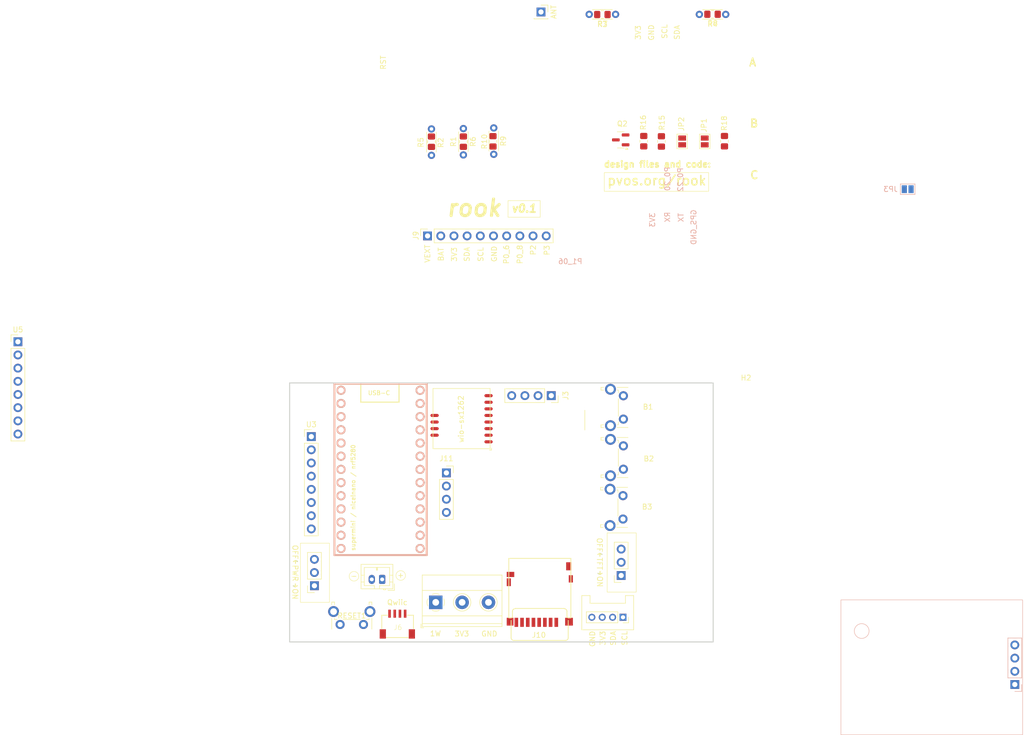
<source format=kicad_pcb>
(kicad_pcb (version 20240108) (generator "pcbnew") (generator_version "8.0")
  (layers (0 "F.Cu" signal) (31 "B.Cu" signal) (34 "B.Paste" user) (35 "F.Paste" user) (36 "B.SilkS" user "B.Silkscreen") (37 "F.SilkS" user "F.Silkscreen") (38 "B.Mask" user) (39 "F.Mask" user) (44 "Edge.Cuts" user))
  (net 0 "")
  (net 1 "P1_06")
  (net 2 "GPS_GND")
  (net 3 "RF_SW")
  (net 4 "MESH_BATT_MEASURE")
  (net 5 "GND")
  (net 6 "BAT")
  (net 7 "GPS_TX")
  (net 8 "GPS_RX")
  (net 9 "3V3")
  (net 10 "MESH_RST")
  (net 11 "Net-(J2-Pin_3)")
  (net 12 "LORA_RST")
  (net 13 "BUSY")
  (net 14 "ANT")
  (net 15 "MOSI")
  (net 16 "MISO")
  (net 17 "DIO1")
  (net 18 "Net-(J2-Pin_2)")
  (net 19 "SCK")
  (net 20 "SCL")
  (net 21 "SDA")
  (net 22 "V_EXT")
  (net 23 "P0_6")
  (net 24 "P0_8")
  (net 28 "BUTTON_A")
  (net 29 "GPS_EN")
  (net 30 "LORA_CS")
  (net 31 "P3")
  (net 32 "P2")
  (net 33 "Backlight")
  (footprint "footprints:JST_SH4_SKINNY" (layer "F.Cu") (at 0.575 117.4)
    (property "Reference" "J6" (at -0.75 0.686 0) (layer "F.SilkS") (effects (font (size 0.93472 0.93472) (thickness 0.08128)) (justify left bottom)))
    (property "Value" "Conn_01x04_Socket" (hide yes))
    (pad "1" smd rect (at -1.5 -2.514 90) (size 1.55 0.5) (layers "F.Cu" "F.Paste" "F.Mask") (net 20 "SCL"))
    (pad "2" smd rect (at -0.5 -2.514 90) (size 1.55 0.5) (layers "F.Cu" "F.Paste" "F.Mask") (net 21 "SDA"))
    (pad "3" smd rect (at 0.5 -2.514 90) (size 1.55 0.5) (layers "F.Cu" "F.Paste" "F.Mask") (net 9 "3V3"))
    (pad "4" smd rect (at 1.5 -2.514 90) (size 1.55 0.5) (layers "F.Cu" "F.Paste" "F.Mask") (net 5 "GND"))
    (pad "MT1" smd rect (at -2.8 1.386 90) (size 1.8 1.2) (layers "F.Cu" "F.Paste" "F.Mask"))
    (pad "MT2" smd rect (at 2.8 1.386 90) (size 1.8 1.2) (layers "F.Cu" "F.Paste" "F.Mask"))
  )
  (footprint "Connector_JST:JST_PH_B2B-PH-K_1x02_P2.00mm_Vertical" (layer "F.Cu") (at -2.35 108.278046 180)
    (property "Reference" "J1" (hide yes))
    (property "Value" "Conn_01x02_Socket" (hide yes))
    (pad "1" thru_hole roundrect (at 0 0 180) (size 1.2 1.75) (drill 0.75) (layers "*.Cu" "*.Mask") (roundrect_rratio 0.208333) (net 22 "V_EXT"))
    (pad "2" thru_hole oval (at 2 0 180) (size 1.2 1.75) (drill 0.75) (layers "*.Cu" "*.Mask") (net 5 "GND"))
  )
  (footprint "footprints:st7789_154in_240x240" (layer "F.Cu") (at -72.525 62.495)
    (property "Reference" "U5" (at 0 -2.33 0) (layer "F.SilkS"))
    (property "Value" "~")
    (pad "1" thru_hole rect (at 0 0) (size 1.7 1.7) (drill 1) (layers "*.Cu" "*.Mask") (net 9 "3V3"))
    (pad "2" thru_hole oval (at 0 2.54) (size 1.7 1.7) (drill 1) (layers "*.Cu" "*.Mask"))
    (pad "3" thru_hole oval (at 0 5.08) (size 1.7 1.7) (drill 1) (layers "*.Cu" "*.Mask"))
    (pad "4" thru_hole oval (at 0 7.62) (size 1.7 1.7) (drill 1) (layers "*.Cu" "*.Mask"))
    (pad "5" thru_hole oval (at 0 10.16) (size 1.7 1.7) (drill 1) (layers "*.Cu" "*.Mask"))
    (pad "6" thru_hole oval (at 0 12.7) (size 1.7 1.7) (drill 1) (layers "*.Cu" "*.Mask"))
    (pad "7" thru_hole oval (at 0 15.24) (size 1.7 1.7) (drill 1) (layers "*.Cu" "*.Mask"))
    (pad "8" thru_hole oval (at 0 17.78) (size 1.7 1.7) (drill 1) (layers "*.Cu" "*.Mask"))
  )
  (footprint "Jumper:SolderJumper-2_P1.3mm_Open_Pad1.0x1.5mm" (layer "F.Cu") (at 55.45 23.9 90)
    (property "Reference" "JP2" (at 3.35 -0.15 90) (layer "F.SilkS"))
    (property "Value" "Jumper_2_Open")
    (pad "1" smd rect (at -0.65 0 90) (size 1 1.5) (layers "F.Cu" "F.Mask") (net 18 "Net-(J2-Pin_2)"))
    (pad "2" smd rect (at 0.65 0 90) (size 1 1.5) (layers "F.Cu" "F.Mask") (net 8 "GPS_RX"))
  )
  (footprint "footprints:nice_nano_cleanest" (layer "F.Cu") (at -2.655 88.355 -90)
    (property "Reference" "U2" (hide yes))
    (property "Value" "nice_nano_clean" (hide yes))
    (fp_text user "supermini / nice!nano / nrf5280" (at 4.17 5.27 90) (layer "F.SilkS") (effects (font (size 0.8 0.8))))
    (fp_text user "USB-C" (at -16 0.3 0) (layer "F.SilkS") (effects (font (size 0.8 0.8))))
    (pad "1" thru_hole circle (at -13.97 7.62 270) (size 1.7526 1.7526) (drill 1.0922) (layers "*.Cu" "*.SilkS" "*.Mask") (net 23 "P0_6"))
    (pad "2" thru_hole circle (at -11.43 7.62 270) (size 1.7526 1.7526) (drill 1.0922) (layers "*.Cu" "*.SilkS" "*.Mask") (net 24 "P0_8"))
    (pad "3" thru_hole circle (at -8.89 7.62 270) (size 1.7526 1.7526) (drill 1.0922) (layers "*.Cu" "*.SilkS" "*.Mask") (net 5 "GND"))
    (pad "4" thru_hole circle (at -6.35 7.62 270) (size 1.7526 1.7526) (drill 1.0922) (layers "*.Cu" "*.SilkS" "*.Mask") (net 5 "GND"))
    (pad "5" thru_hole circle (at -3.81 7.62 270) (size 1.7526 1.7526) (drill 1.0922) (layers "*.Cu" "*.SilkS" "*.Mask") (net 3 "RF_SW"))
    (pad "6" thru_hole circle (at -1.27 7.62 270) (size 1.7526 1.7526) (drill 1.0922) (layers "*.Cu" "*.SilkS" "*.Mask") (net 8 "GPS_RX"))
    (pad "7" thru_hole circle (at 1.27 7.62 270) (size 1.7526 1.7526) (drill 1.0922) (layers "*.Cu" "*.SilkS" "*.Mask") (net 7 "GPS_TX"))
    (pad "8" thru_hole circle (at 3.81 7.62 270) (size 1.7526 1.7526) (drill 1.0922) (layers "*.Cu" "*.SilkS" "*.Mask") (net 29 "GPS_EN"))
    (pad "9" thru_hole circle (at 6.35 7.62 270) (size 1.7526 1.7526) (drill 1.0922) (layers "*.Cu" "*.SilkS" "*.Mask") (net 28 "BUTTON_A"))
    (pad "10" thru_hole circle (at 8.89 7.62 270) (size 1.7526 1.7526) (drill 1.0922) (layers "*.Cu" "*.SilkS" "*.Mask") (net 20 "SCL"))
    (pad "11" thru_hole circle (at 11.43 7.62 270) (size 1.7526 1.7526) (drill 1.0922) (layers "*.Cu" "*.SilkS" "*.Mask") (net 21 "SDA"))
    (pad "12" thru_hole circle (at 13.97 7.62 270) (size 1.7526 1.7526) (drill 1.0922) (layers "*.Cu" "*.SilkS" "*.Mask") (net 1 "P1_06"))
    (pad "13" thru_hole circle (at 13.97 -7.62 270) (size 1.7526 1.7526) (drill 1.0922) (layers "*.Cu" "*.SilkS" "*.Mask") (net 12 "LORA_RST"))
    (pad "14" thru_hole circle (at 11.43 -7.62 270) (size 1.7526 1.7526) (drill 1.0922) (layers "*.Cu" "*.SilkS" "*.Mask") (net 17 "DIO1"))
    (pad "15" thru_hole circle (at 8.89 -7.62 270) (size 1.7526 1.7526) (drill 1.0922) (layers "*.Cu" "*.SilkS" "*.Mask") (net 19 "SCK"))
    (pad "16" thru_hole circle (at 6.35 -7.62 270) (size 1.7526 1.7526) (drill 1.0922) (layers "*.Cu" "*.SilkS" "*.Mask") (net 30 "LORA_CS"))
    (pad "17" thru_hole circle (at 3.81 -7.62 270) (size 1.7526 1.7526) (drill 1.0922) (layers "*.Cu" "*.SilkS" "*.Mask") (net 15 "MOSI"))
    (pad "18" thru_hole circle (at 1.27 -7.62 270) (size 1.7526 1.7526) (drill 1.0922) (layers "*.Cu" "*.SilkS" "*.Mask") (net 16 "MISO"))
    (pad "19" thru_hole circle (at -1.27 -7.62 270) (size 1.7526 1.7526) (drill 1.0922) (layers "*.Cu" "*.SilkS" "*.Mask") (net 13 "BUSY"))
    (pad "20" thru_hole circle (at -3.81 -7.62 270) (size 1.7526 1.7526) (drill 1.0922) (layers "*.Cu" "*.SilkS" "*.Mask") (net 4 "MESH_BATT_MEASURE"))
    (pad "21" thru_hole circle (at -6.35 -7.62 270) (size 1.7526 1.7526) (drill 1.0922) (layers "*.Cu" "*.SilkS" "*.Mask") (net 9 "3V3"))
    (pad "22" thru_hole circle (at -8.89 -7.62 270) (size 1.7526 1.7526) (drill 1.0922) (layers "*.Cu" "*.SilkS" "*.Mask") (net 10 "MESH_RST"))
    (pad "23" thru_hole circle (at -11.43 -7.62 270) (size 1.7526 1.7526) (drill 1.0922) (layers "*.Cu" "*.SilkS" "*.Mask") (net 5 "GND"))
    (pad "24" thru_hole circle (at -13.97 -7.62 270) (size 1.7526 1.7526) (drill 1.0922) (layers "*.Cu" "*.SilkS" "*.Mask") (net 6 "BAT"))
    (pad "25" thru_hole circle (at -16.51 -7.62 270) (size 1.7526 1.7526) (drill 1.0922) (layers "*.Cu" "*.SilkS" "*.Mask") (net 6 "BAT"))
    (pad "26" thru_hole circle (at -16.51 7.62 270) (size 1.7526 1.7526) (drill 1.0922) (layers "*.Cu" "*.SilkS" "*.Mask") (net 5 "GND"))
  )
  (footprint "Resistor_THT:R_Axial_DIN0204_L3.6mm_D1.6mm_P5.08mm_Horizontal" (layer "F.Cu") (at 19.15 26.38 90)
    (property "Reference" "R10" (at 2.45 -1.8 90) (layer "F.SilkS"))
    (property "Value" "R")
    (pad "1" thru_hole circle (at 0 0 90) (size 1.4 1.4) (drill 0.7) (layers "*.Cu" "*.Mask") (net 1 "P1_06"))
    (pad "2" thru_hole oval (at 5.08 0 90) (size 1.4 1.4) (drill 0.7) (layers "*.Cu" "*.Mask") (net 9 "3V3"))
  )
  (footprint "Button_Switch_THT:SW_Tactile_SPST_Angled_PTS645Vx31-2LFS" (layer "F.Cu") (at 44.05 92.15 -90)
    (property "Reference" "B3" (at 2.15 -4.65 0) (layer "F.SilkS"))
    (property "Value" "SW_Push" (hide yes))
    (pad "" thru_hole circle (at -1.25 2.49 270) (size 2.1 2.1) (drill 1.3) (layers "*.Cu" "*.Mask"))
    (pad "" thru_hole circle (at 5.76 2.49 270) (size 2.1 2.1) (drill 1.3) (layers "*.Cu" "*.Mask"))
    (pad "1" thru_hole circle (at 0 0 270) (size 1.75 1.75) (drill 0.99) (layers "*.Cu" "*.Mask") (net 24 "P0_8"))
    (pad "2" thru_hole circle (at 4.5 0 270) (size 1.75 1.75) (drill 0.99) (layers "*.Cu" "*.Mask") (net 5 "GND"))
  )
  (footprint "Resistor_SMD:R_0805_2012Metric_Pad1.20x1.40mm_HandSolder" (layer "F.Cu") (at 7.15 23.95 -90)
    (property "Reference" "R5" (at 0.145 2.05 90) (layer "F.SilkS"))
    (property "Value" "R")
    (pad "1" smd roundrect (at -1 0 270) (size 1.2 1.4) (layers "F.Cu" "F.Paste" "F.Mask") (roundrect_rratio 0.208333) (net 6 "BAT"))
    (pad "2" smd roundrect (at 1 0 270) (size 1.2 1.4) (layers "F.Cu" "F.Paste" "F.Mask") (roundrect_rratio 0.208333) (net 4 "MESH_BATT_MEASURE"))
  )
  (footprint "Button_Switch_THT:SW_Tactile_SPST_Angled_PTS645Vx31-2LFS" (layer "F.Cu") (at 44.125 72.9 -90)
    (property "Reference" "B1" (at 2.15 -4.75 360) (layer "F.SilkS"))
    (property "Value" "SW_Push" (hide yes))
    (pad "" thru_hole circle (at -1.25 2.49 270) (size 2.1 2.1) (drill 1.3) (layers "*.Cu" "*.Mask"))
    (pad "" thru_hole circle (at 5.76 2.49 270) (size 2.1 2.1) (drill 1.3) (layers "*.Cu" "*.Mask"))
    (pad "1" thru_hole circle (at 0 0 270) (size 1.75 1.75) (drill 0.99) (layers "*.Cu" "*.Mask") (net 28 "BUTTON_A"))
    (pad "2" thru_hole circle (at 4.5 0 270) (size 1.75 1.75) (drill 0.99) (layers "*.Cu" "*.Mask") (net 5 "GND"))
  )
  (footprint "Jumper:SolderJumper-2_P1.3mm_Open_Pad1.0x1.5mm" (layer "F.Cu") (at 59.8 23.9 90)
    (property "Reference" "JP1" (at 3.1 -0.15 90) (layer "F.SilkS"))
    (property "Value" "Jumper_2_Open")
    (pad "1" smd rect (at -0.65 0 90) (size 1 1.5) (layers "F.Cu" "F.Mask") (net 11 "Net-(J2-Pin_3)"))
    (pad "2" smd rect (at 0.65 0 90) (size 1 1.5) (layers "F.Cu" "F.Mask") (net 7 "GPS_TX"))
  )
  (footprint "Resistor_SMD:R_0805_2012Metric_Pad1.20x1.40mm_HandSolder" (layer "F.Cu") (at 19 23.88 90)
    (property "Reference" "R9" (at 0.05 2 90) (layer "F.SilkS"))
    (property "Value" "R")
    (pad "1" smd roundrect (at -1 0 90) (size 1.2 1.4) (layers "F.Cu" "F.Paste" "F.Mask") (roundrect_rratio 0.208333) (net 1 "P1_06"))
    (pad "2" smd roundrect (at 1 0 90) (size 1.2 1.4) (layers "F.Cu" "F.Paste" "F.Mask") (roundrect_rratio 0.208333) (net 9 "3V3"))
  )
  (footprint "Connector_PinSocket_2.54mm:PinSocket_1x10_P2.54mm_Vertical" (layer "F.Cu") (at 6.4 42.1 90)
    (property "Reference" "J9" (at 0.05 -2.25 90) (layer "F.SilkS"))
    (property "Value" "Conn_01x10_Socket")
    (pad "1" thru_hole rect (at 0 0 90) (size 1.7 1.7) (drill 1) (layers "*.Cu" "*.Mask") (net 22 "V_EXT"))
    (pad "2" thru_hole oval (at 0 2.54 90) (size 1.7 1.7) (drill 1) (layers "*.Cu" "*.Mask") (net 6 "BAT"))
    (pad "3" thru_hole oval (at 0 5.08 90) (size 1.7 1.7) (drill 1) (layers "*.Cu" "*.Mask") (net 9 "3V3"))
    (pad "4" thru_hole oval (at 0 7.62 90) (size 1.7 1.7) (drill 1) (layers "*.Cu" "*.Mask") (net 21 "SDA"))
    (pad "5" thru_hole oval (at 0 10.16 90) (size 1.7 1.7) (drill 1) (layers "*.Cu" "*.Mask") (net 20 "SCL"))
    (pad "6" thru_hole oval (at 0 12.7 90) (size 1.7 1.7) (drill 1) (layers "*.Cu" "*.Mask") (net 5 "GND"))
    (pad "7" thru_hole oval (at 0 15.24 90) (size 1.7 1.7) (drill 1) (layers "*.Cu" "*.Mask") (net 23 "P0_6"))
    (pad "8" thru_hole oval (at 0 17.78 90) (size 1.7 1.7) (drill 1) (layers "*.Cu" "*.Mask") (net 24 "P0_8"))
    (pad "9" thru_hole oval (at 0 20.32 90) (size 1.7 1.7) (drill 1) (layers "*.Cu" "*.Mask") (net 32 "P2"))
    (pad "10" thru_hole oval (at 0 22.86 90) (size 1.7 1.7) (drill 1) (layers "*.Cu" "*.Mask") (net 31 "P3"))
  )
  (footprint "MountingHole:MountingHole_3.2mm_M3" (layer "F.Cu") (at -16.775 73.575)
    (property "Reference" "H4" (hide yes))
    (property "Value" "MountingHole")
    (pad "" np_thru_hole circle (at 0 0) (size 3.2 3.2) (drill 3.2) (layers "*.Cu" "*.Mask"))
  )
  (footprint "Resistor_SMD:R_0805_2012Metric_Pad1.20x1.40mm_HandSolder" (layer "F.Cu") (at 51.45 23.9 90)
    (property "Reference" "R15" (at 3.6 0.1 90) (layer "F.SilkS"))
    (property "Value" "R")
    (pad "1" smd roundrect (at -1 0 90) (size 1.2 1.4) (layers "F.Cu" "F.Paste" "F.Mask") (roundrect_rratio 0.208333) (net 18 "Net-(J2-Pin_2)"))
    (pad "2" smd roundrect (at 1 0 90) (size 1.2 1.4) (layers "F.Cu" "F.Paste" "F.Mask") (roundrect_rratio 0.208333) (net 8 "GPS_RX"))
  )
  (footprint "Resistor_SMD:R_0805_2012Metric_Pad1.20x1.40mm_HandSolder" (layer "F.Cu") (at 13.3 23.94 90)
    (property "Reference" "R6" (at 0 1.85 90) (layer "F.SilkS"))
    (property "Value" "R")
    (pad "1" smd roundrect (at -1 0 90) (size 1.2 1.4) (layers "F.Cu" "F.Paste" "F.Mask") (roundrect_rratio 0.208333) (net 4 "MESH_BATT_MEASURE"))
    (pad "2" smd roundrect (at 1 0 90) (size 1.2 1.4) (layers "F.Cu" "F.Paste" "F.Mask") (roundrect_rratio 0.208333) (net 5 "GND"))
  )
  (footprint "Package_TO_SOT_SMD:SOT-23" (layer "F.Cu") (at 43.6125 23.6 180)
    (property "Reference" "Q2" (at -0.3 3.1 0) (layer "F.SilkS"))
    (property "Value" "2N7002")
    (pad "1" smd roundrect (at -0.9375 -0.95 180) (size 1.475 0.6) (layers "F.Cu" "F.Paste" "F.Mask") (net 29 "GPS_EN"))
    (pad "2" smd roundrect (at -0.9375 0.95 180) (size 1.475 0.6) (layers "F.Cu" "F.Paste" "F.Mask") (net 5 "GND"))
    (pad "3" smd roundrect (at 0.9375 0 180) (size 1.475 0.6) (layers "F.Cu" "F.Paste" "F.Mask") (net 2 "GPS_GND"))
  )
  (footprint "Button_Switch_THT:SW_Tactile_SPST_Angled_PTS645Vx31-2LFS" (layer "F.Cu") (at 44.125 82.55 -90)
    (property "Reference" "B2" (at 2.475 -4.9 0) (layer "F.SilkS"))
    (property "Value" "SW_Push" (hide yes))
    (pad "" thru_hole circle (at -1.25 2.49 270) (size 2.1 2.1) (drill 1.3) (layers "*.Cu" "*.Mask"))
    (pad "" thru_hole circle (at 5.76 2.49 270) (size 2.1 2.1) (drill 1.3) (layers "*.Cu" "*.Mask"))
    (pad "1" thru_hole circle (at 0 0 270) (size 1.75 1.75) (drill 0.99) (layers "*.Cu" "*.Mask") (net 23 "P0_6"))
    (pad "2" thru_hole circle (at 4.5 0 270) (size 1.75 1.75) (drill 0.99) (layers "*.Cu" "*.Mask") (net 5 "GND"))
  )
  (footprint "footprints:st7789_tft_2in_320x240" (layer "F.Cu") (at -16 80.77)
    (property "Reference" "U3" (at 0 -2.33 0) (layer "F.SilkS"))
    (property "Value" "~")
    (pad "1" thru_hole rect (at 0 0) (size 1.7 1.7) (drill 1) (layers "*.Cu" "*.Mask") (net 9 "3V3"))
    (pad "2" thru_hole oval (at 0 2.54) (size 1.7 1.7) (drill 1) (layers "*.Cu" "*.Mask"))
    (pad "3" thru_hole oval (at 0 5.08) (size 1.7 1.7) (drill 1) (layers "*.Cu" "*.Mask"))
    (pad "4" thru_hole oval (at 0 7.62) (size 1.7 1.7) (drill 1) (layers "*.Cu" "*.Mask"))
    (pad "5" thru_hole oval (at 0 10.16) (size 1.7 1.7) (drill 1) (layers "*.Cu" "*.Mask"))
    (pad "6" thru_hole oval (at 0 12.7) (size 1.7 1.7) (drill 1) (layers "*.Cu" "*.Mask"))
    (pad "7" thru_hole oval (at 0 15.24) (size 1.7 1.7) (drill 1) (layers "*.Cu" "*.Mask"))
    (pad "8" thru_hole oval (at 0 17.78) (size 1.7 1.7) (drill 1) (layers "*.Cu" "*.Mask"))
  )
  (footprint "Resistor_SMD:R_0805_2012Metric_Pad1.20x1.40mm_HandSolder" (layer "F.Cu") (at 48.05 23.85 -90)
    (property "Reference" "R16" (at -3.6 0.1 90) (layer "F.SilkS"))
    (property "Value" "10K")
    (pad "1" smd roundrect (at -1 0 270) (size 1.2 1.4) (layers "F.Cu" "F.Paste" "F.Mask") (roundrect_rratio 0.208333) (net 5 "GND"))
    (pad "2" smd roundrect (at 1 0 270) (size 1.2 1.4) (layers "F.Cu" "F.Paste" "F.Mask") (roundrect_rratio 0.208333) (net 29 "GPS_EN"))
  )
  (footprint "footprints:usual_switch" (layer "F.Cu") (at 43.7 107.525 180)
    (property "Reference" "TFT_BL1" (hide yes))
    (property "Value" "Conn_01x03_Socket" (hide yes))
    (pad "1" thru_hole rect (at 0 0 180) (size 1.7 1.7) (drill 1) (layers "*.Cu" "*.Mask") (net 9 "3V3"))
    (pad "2" thru_hole oval (at 0 2.54 180) (size 1.7 1.7) (drill 1) (layers "*.Cu" "*.Mask") (net 33 "Backlight"))
    (pad "3" thru_hole oval (at 0 5.08 180) (size 1.7 1.7) (drill 1) (layers "*.Cu" "*.Mask"))
  )
  (footprint "footprints:ssd1306_a" (layer "F.Cu") (at 10.025 87.755)
    (property "Reference" "J11" (at 0 -2.77 0) (layer "F.SilkS"))
    (property "Value" "Conn_01x04_Pin")
    (pad "1" thru_hole oval (at 0 7.62) (size 1.7 1.7) (drill 1) (layers "*.Cu" "*.Mask") (net 9 "3V3"))
    (pad "2" thru_hole oval (at 0 5.08) (size 1.7 1.7) (drill 1) (layers "*.Cu" "*.Mask") (net 5 "GND"))
    (pad "3" thru_hole oval (at 0 2.54) (size 1.7 1.7) (drill 1) (layers "*.Cu" "*.Mask") (net 20 "SCL"))
    (pad "4" thru_hole rect (at 0 0) (size 1.7 1.7) (drill 1) (layers "*.Cu" "*.Mask") (net 21 "SDA"))
  )
  (footprint "Resistor_THT:R_Axial_DIN0204_L3.6mm_D1.6mm_P5.08mm_Horizontal" (layer "F.Cu") (at 13.3 26.5 90)
    (property "Reference" "R1" (at 2.54 -1.92 90) (layer "F.SilkS"))
    (property "Value" "R")
    (pad "1" thru_hole circle (at 0 0 90) (size 1.4 1.4) (drill 0.7) (layers "*.Cu" "*.Mask") (net 4 "MESH_BATT_MEASURE"))
    (pad "2" thru_hole oval (at 5.08 0 90) (size 1.4 1.4) (drill 0.7) (layers "*.Cu" "*.Mask") (net 5 "GND"))
  )
  (footprint "footprints:DM3D-SF_outline" (layer "F.Cu") (at 28 115.675)
    (property "Reference" "J10" (at -0.1524 3.3274 360) (layer "F.SilkS"))
    (property "Value" "Micro_SD_Card" (hide yes))
    (pad "1" smd rect (at 3.2 0.875) (size 0.7 1.75) (layers "F.Cu" "F.Paste" "F.Mask"))
    (pad "2" smd rect (at 2.1 0.875) (size 0.7 1.75) (layers "F.Cu" "F.Paste" "F.Mask") (net 1 "P1_06"))
    (pad "3" smd rect (at 1 0.875) (size 0.7 1.75) (layers "F.Cu" "F.Paste" "F.Mask") (net 15 "MOSI"))
    (pad "4" smd rect (at -0.1 0.875) (size 0.7 1.75) (layers "F.Cu" "F.Paste" "F.Mask") (net 9 "3V3"))
    (pad "5" smd rect (at -1.2 0.875) (size 0.7 1.75) (layers "F.Cu" "F.Paste" "F.Mask") (net 19 "SCK"))
    (pad "6" smd rect (at -2.3 0.875) (size 0.7 1.75) (layers "F.Cu" "F.Paste" "F.Mask") (net 5 "GND"))
    (pad "7" smd rect (at -3.4 0.875) (size 0.7 1.75) (layers "F.Cu" "F.Paste" "F.Mask") (net 16 "MISO"))
    (pad "8" smd rect (at -4.5 0.875) (size 0.7 1.75) (layers "F.Cu" "F.Paste" "F.Mask"))
    (pad "9" smd rect (at -5.7 0.75) (size 1.3 1.5) (layers "F.Cu" "F.Paste" "F.Mask") (net 5 "GND"))
    (pad "10" smd rect (at -5.95 -6.85) (size 0.8 1.5) (layers "F.Cu" "F.Paste" "F.Mask"))
    (pad "11" smd rect (at 6 -7.5) (size 0.8 1.4) (layers "F.Cu" "F.Paste" "F.Mask"))
    (pad "12" smd rect (at 5.65 0.75) (size 1.5 1.5) (layers "F.Cu" "F.Paste" "F.Mask"))
    (pad "A" smd rect (at 5.6 -9.925) (size 1 1.55) (layers "F.Cu" "F.Paste" "F.Mask"))
    (pad "B" smd rect (at -5.625 -8.35) (size 1.45 1) (layers "F.Cu" "F.Paste" "F.Mask"))
  )
  (footprint "MountingHole:MountingHole_3.2mm_M3" (layer "F.Cu") (at -16.875 116.875)
    (property "Reference" "H1" (hide yes))
    (property "Value" "MountingHole" (hide yes))
    (pad "" np_thru_hole circle (at 0 0) (size 3.2 3.2) (drill 3.2) (layers "*.Cu" "*.Mask"))
  )
  (footprint "Resistor_SMD:R_0805_2012Metric_Pad1.20x1.40mm_HandSolder" (layer "F.Cu") (at 63.6 23.85 90)
    (property "Reference" "R18" (at 3.45 -0.05 90) (layer "F.SilkS"))
    (property "Value" "R")
    (pad "1" smd roundrect (at -1 0 90) (size 1.2 1.4) (layers "F.Cu" "F.Paste" "F.Mask") (roundrect_rratio 0.208333) (net 11 "Net-(J2-Pin_3)"))
    (pad "2" smd roundrect (at 1 0 90) (size 1.2 1.4) (layers "F.Cu" "F.Paste" "F.Mask") (roundrect_rratio 0.208333) (net 7 "GPS_TX"))
  )
  (footprint "Resistor_SMD:R_0805_2012Metric_Pad1.20x1.40mm_HandSolder" (layer "F.Cu") (at 61.3 -0.6 180)
    (property "Reference" "R8" (at -0.03 -1.75 0) (layer "F.SilkS"))
    (property "Value" "R")
    (pad "1" smd roundrect (at -1 0 180) (size 1.2 1.4) (layers "F.Cu" "F.Paste" "F.Mask") (roundrect_rratio 0.208333) (net 21 "SDA"))
    (pad "2" smd roundrect (at 1 0 180) (size 1.2 1.4) (layers "F.Cu" "F.Paste" "F.Mask") (roundrect_rratio 0.208333) (net 9 "3V3"))
  )
  (footprint "footprints:ssd1306_a" (layer "F.Cu") (at 30.23 72.875 -90)
    (property "Reference" "J3" (at 0 -2.77 90) (layer "F.SilkS"))
    (property "Value" "Conn_01x04_Pin" (hide yes))
    (pad "1" thru_hole oval (at 0 7.62 270) (size 1.7 1.7) (drill 1) (layers "*.Cu" "*.Mask") (net 9 "3V3"))
    (pad "2" thru_hole oval (at 0 5.08 270) (size 1.7 1.7) (drill 1) (layers "*.Cu" "*.Mask") (net 5 "GND"))
    (pad "3" thru_hole oval (at 0 2.54 270) (size 1.7 1.7) (drill 1) (layers "*.Cu" "*.Mask") (net 20 "SCL"))
    (pad "4" thru_hole rect (at 0 0 270) (size 1.7 1.7) (drill 1) (layers "*.Cu" "*.Mask") (net 21 "SDA"))
  )
  (footprint "Resistor_THT:R_Axial_DIN0204_L3.6mm_D1.6mm_P5.08mm_Horizontal" (layer "F.Cu") (at 42.62 -0.58 180)
    (property "Reference" "R3" (at 2.54 -1.92 180) (layer "F.SilkS"))
    (property "Value" "R")
    (pad "1" thru_hole circle (at 0 0 180) (size 1.4 1.4) (drill 0.7) (layers "*.Cu" "*.Mask") (net 20 "SCL"))
    (pad "2" thru_hole oval (at 5.08 0 180) (size 1.4 1.4) (drill 0.7) (layers "*.Cu" "*.Mask") (net 9 "3V3"))
  )
  (footprint "Resistor_SMD:R_0805_2012Metric_Pad1.20x1.40mm_HandSolder" (layer "F.Cu") (at 40.08 -0.55 180)
    (property "Reference" "R7" (at -0.03 -1.8 0) (layer "F.SilkS"))
    (property "Value" "R")
    (pad "1" smd roundrect (at -1 0 180) (size 1.2 1.4) (layers "F.Cu" "F.Paste" "F.Mask") (roundrect_rratio 0.208333) (net 20 "SCL"))
    (pad "2" smd roundrect (at 1 0 180) (size 1.2 1.4) (layers "F.Cu" "F.Paste" "F.Mask") (roundrect_rratio 0.208333) (net 9 "3V3"))
  )
  (footprint "Resistor_THT:R_Axial_DIN0204_L3.6mm_D1.6mm_P5.08mm_Horizontal" (layer "F.Cu") (at 7.15 21.5 -90)
    (property "Reference" "R2" (at 2.65 -1.8 90) (layer "F.SilkS"))
    (property "Value" "R")
    (pad "1" thru_hole circle (at 0 0 270) (size 1.4 1.4) (drill 0.7) (layers "*.Cu" "*.Mask") (net 6 "BAT"))
    (pad "2" thru_hole oval (at 5.08 0 270) (size 1.4 1.4) (drill 0.7) (layers "*.Cu" "*.Mask") (net 4 "MESH_BATT_MEASURE"))
  )
  (footprint "footprints:grove_a" (layer "F.Cu") (at 44.05 115.575 -90)
    (property "Reference" "U4" (hide yes))
    (property "Value" "grove_a" (hide yes))
    (pad "1" thru_hole oval (at 0 6 270) (size 1.35 1.35) (drill 0.8) (layers "*.Cu" "*.Mask") (net 5 "GND"))
    (pad "2" thru_hole oval (at 0 4 270) (size 1.35 1.35) (drill 0.8) (layers "*.Cu" "*.Mask") (net 9 "3V3"))
    (pad "3" thru_hole oval (at 0 2 270) (size 1.35 1.35) (drill 0.8) (layers "*.Cu" "*.Mask") (net 21 "SDA"))
    (pad "4" thru_hole rect (at 0 0 270) (size 1.35 1.35) (drill 0.8) (layers "*.Cu" "*.Mask") (net 20 "SCL"))
  )
  (footprint "MountingHole:MountingHole_3.2mm_M3" (layer "F.Cu") (at 67.75 73.65)
    (property "Reference" "H2" (at 0 -4.2 0) (layer "F.SilkS"))
    (property "Value" "MountingHole")
    (pad "" np_thru_hole circle (at 0 0) (size 3.2 3.2) (drill 3.2) (layers "*.Cu" "*.Mask"))
  )
  (footprint "MountingHole:MountingHole_3.2mm_M3" (layer "F.Cu") (at 52.85 116.725)
    (property "Reference" "H3" (hide yes))
    (property "Value" "MountingHole")
    (pad "" np_thru_hole circle (at 0 0) (size 3.2 3.2) (drill 3.2) (layers "*.Cu" "*.Mask"))
  )
  (footprint "footprints:usual_switch" (layer "F.Cu") (at -15.4 109.5 180)
    (property "Reference" "J8" (hide yes))
    (property "Value" "Conn_01x03_Socket" (hide yes))
    (pad "1" thru_hole rect (at 0 0 180) (size 1.7 1.7) (drill 1) (layers "*.Cu" "*.Mask") (net 6 "BAT"))
    (pad "2" thru_hole oval (at 0 2.54 180) (size 1.7 1.7) (drill 1) (layers "*.Cu" "*.Mask") (net 22 "V_EXT"))
    (pad "3" thru_hole oval (at 0 5.08 180) (size 1.7 1.7) (drill 1) (layers "*.Cu" "*.Mask"))
  )
  (footprint "wio-sx1262:wio-sx1262" (layer "F.Cu") (at 18.45 83.1 90)
    (property "Reference" "U1" (hide yes))
    (property "Value" "wio-sx1262" (at 5.72 -5.6 90) (layer "F.SilkS"))
    (pad "1" smd roundrect (at 1.33 -0.3 180) (size 1.6 0.6) (layers "F.Cu" "F.Paste" "F.Mask") (roundrect_rratio 0.5) (net 3 "RF_SW"))
    (pad "2" smd roundrect (at 2.6 -0.3 180) (size 1.6 0.6) (layers "F.Cu" "F.Paste" "F.Mask") (roundrect_rratio 0.5) (net 16 "MISO"))
    (pad "3" smd roundrect (at 3.87 -0.3 180) (size 1.6 0.6) (layers "F.Cu" "F.Paste" "F.Mask") (roundrect_rratio 0.5) (net 15 "MOSI"))
    (pad "4" smd roundrect (at 5.14 -0.3 180) (size 1.6 0.6) (layers "F.Cu" "F.Paste" "F.Mask") (roundrect_rratio 0.5) (net 19 "SCK"))
    (pad "5" smd roundrect (at 6.41 -0.3 180) (size 1.6 0.6) (layers "F.Cu" "F.Paste" "F.Mask") (roundrect_rratio 0.5) (net 12 "LORA_RST"))
    (pad "6" smd roundrect (at 7.68 -0.3 180) (size 1.6 0.6) (layers "F.Cu" "F.Paste" "F.Mask") (roundrect_rratio 0.5) (net 30 "LORA_CS"))
    (pad "7" smd roundrect (at 8.95 -0.3 180) (size 1.6 0.6) (layers "F.Cu" "F.Paste" "F.Mask") (roundrect_rratio 0.5) (net 5 "GND"))
    (pad "8" smd roundrect (at 10.22 -0.3 180) (size 1.6 0.6) (layers "F.Cu" "F.Paste" "F.Mask") (roundrect_rratio 0.5) (net 9 "3V3"))
    (pad "9" smd roundrect (at 6.41 -10.7 180) (size 1.6 0.6) (layers "F.Cu" "F.Paste" "F.Mask") (roundrect_rratio 0.5) (net 14 "ANT"))
    (pad "10" smd roundrect (at 5.14 -10.7 180) (size 1.6 0.6) (layers "F.Cu" "F.Paste" "F.Mask") (roundrect_rratio 0.5) (net 5 "GND"))
    (pad "11" smd roundrect (at 3.87 -10.7 180) (size 1.6 0.6) (layers "F.Cu" "F.Paste" "F.Mask") (roundrect_rratio 0.5) (net 13 "BUSY"))
    (pad "12" smd roundrect (at 2.6 -10.7 180) (size 1.6 0.6) (layers "F.Cu" "F.Paste" "F.Mask") (roundrect_rratio 0.5) (net 17 "DIO1"))
  )
  (footprint "TerminalBlock_Phoenix:TerminalBlock_Phoenix_MKDS-1,5-3-5.08_1x03_P5.08mm_Horizontal" (layer "F.Cu") (at 7.975 112.7)
    (property "Reference" "J7" (hide yes))
    (property "Value" "Screw_Terminal_01x03" (hide yes))
    (pad "1" thru_hole rect (at 0 0) (size 2.6 2.6) (drill 1.3) (layers "*.Cu" "*.Mask") (net 1 "P1_06"))
    (pad "2" thru_hole circle (at 5.08 0) (size 2.6 2.6) (drill 1.3) (layers "*.Cu" "*.Mask") (net 9 "3V3"))
    (pad "3" thru_hole circle (at 10.16 0) (size 2.6 2.6) (drill 1.3) (layers "*.Cu" "*.Mask") (net 5 "GND"))
  )
  (footprint "Button_Switch_THT:SW_Tactile_SPST_Angled_PTS645Vx31-2LFS" (layer "F.Cu") (at -5.95 116.965 180)
    (property "Reference" "RESET1" (at 2.25 1.68 360) (layer "F.SilkS"))
    (property "Value" "SW_Push")
    (pad "" thru_hole circle (at -1.25 2.49 180) (size 2.1 2.1) (drill 1.3) (layers "*.Cu" "*.Mask"))
    (pad "" thru_hole circle (at 5.76 2.49 180) (size 2.1 2.1) (drill 1.3) (layers "*.Cu" "*.Mask"))
    (pad "1" thru_hole circle (at 0 0 180) (size 1.75 1.75) (drill 0.99) (layers "*.Cu" "*.Mask") (net 10 "MESH_RST"))
    (pad "2" thru_hole circle (at 4.5 0 180) (size 1.75 1.75) (drill 0.99) (layers "*.Cu" "*.Mask") (net 5 "GND"))
  )
  (footprint "Connector_PinSocket_2.54mm:PinSocket_1x01_P2.54mm_Vertical" (layer "F.Cu") (at 28.25 -1.04)
    (property "Reference" "J4" (hide yes))
    (property "Value" "Conn_01x01_Socket" (hide yes))
    (pad "1" thru_hole rect (at 0 0) (size 1.7 1.7) (drill 1) (layers "*.Cu" "*.Mask") (net 14 "ANT"))
  )
  (footprint "Resistor_THT:R_Axial_DIN0204_L3.6mm_D1.6mm_P5.08mm_Horizontal" (layer "F.Cu") (at 63.84 -0.57 180)
    (property "Reference" "R4" (at 2.53 -1.85 0) (layer "F.SilkS"))
    (property "Value" "R")
    (pad "1" thru_hole circle (at 0 0 180) (size 1.4 1.4) (drill 0.7) (layers "*.Cu" "*.Mask") (net 21 "SDA"))
    (pad "2" thru_hole oval (at 5.08 0 180) (size 1.4 1.4) (drill 0.7) (layers "*.Cu" "*.Mask") (net 9 "3V3"))
  )
  (footprint "footprints:gps_ublox_blue" (layer "B.Cu") (at 119.5375 128.525)
    (property "Reference" "J2" (hide yes))
    (property "Value" "Conn_01x04_Pin" (hide yes))
    (pad "1" thru_hole rect (at 0 0) (size 1.7 1.7) (drill 1) (layers "*.Cu" "*.Mask") (net 9 "3V3"))
    (pad "2" thru_hole oval (at 0 -2.54) (size 1.7 1.7) (drill 1) (layers "*.Cu" "*.Mask") (net 18 "Net-(J2-Pin_2)"))
    (pad "3" thru_hole oval (at 0 -5.08) (size 1.7 1.7) (drill 1) (layers "*.Cu" "*.Mask") (net 11 "Net-(J2-Pin_3)"))
    (pad "4" thru_hole oval (at 0 -7.62) (size 1.7 1.7) (drill 1) (layers "*.Cu" "*.Mask") (net 2 "GPS_GND"))
  )
  (footprint "Jumper:SolderJumper-2_P1.3mm_Open_Pad1.0x1.5mm" (layer "B.Cu") (at 98.9 33.1)
    (property "Reference" "JP3" (at -3.3 0 0) (layer "B.SilkS") (effects (justify mirror)))
    (property "Value" "Jumper_2_Open")
    (pad "1" smd rect (at -0.65 0) (size 1 1.5) (layers "B.Cu" "B.Mask") (net 5 "GND"))
    (pad "2" smd rect (at 0.65 0) (size 1 1.5) (layers "B.Cu" "B.Mask") (net 2 "GPS_GND"))
  )
  (gr_line (start -19.075 109.695) (end -19.45 109.52) (stroke (width 0.2)) (layer "B.Cu"))
  (gr_line (start 39.625 107.3) (end 39.25 107.125) (stroke (width 0.2)) (layer "B.Cu"))
  (gr_line (start -19.05 104.645) (end -18.675 104.82) (stroke (width 0.2)) (layer "B.Cu"))
  (gr_line (start 39.6 103.275) (end 39.975 103.45) (stroke (width 0.2)) (layer "B.Cu"))
  (gr_line (start -19.075 109.695) (end -18.675 109.495) (stroke (width 0.2)) (layer "F.SilkS"))
  (gr_circle (center -7.775 107.675) (end -7.075 108.275) (stroke (width 0.1)) (fill none) (layer "F.SilkS"))
  (gr_line (start 39.6 103.275) (end 39.2 103.475) (stroke (width 0.2)) (layer "F.SilkS"))
  (gr_line (start 39.625 107.3) (end 40.025 107.1) (stroke (width 0.2)) (layer "F.SilkS"))
  (gr_line (start 39.6 103.825) (end 39.6 103.275) (stroke (width 0.2)) (layer "F.SilkS"))
  (gr_line (start -19.05 104.645) (end -19.45 104.845) (stroke (width 0.2)) (layer "F.SilkS"))
  (gr_circle (center 1.225 107.525) (end 1.925 108.125) (stroke (width 0.1)) (fill none) (layer "F.SilkS"))
  (gr_line (start -19.075 109.145) (end -19.075 109.695) (stroke (width 0.2)) (layer "F.SilkS"))
  (gr_rect (start 21.9 35.3) (end 28.1 38.5) (stroke (width 0.1)) (fill none) (layer "F.SilkS"))
  (gr_line (start 39.625 106.75) (end 39.625 107.3) (stroke (width 0.2)) (layer "F.SilkS"))
  (gr_line (start 39.25 107.125) (end 39.625 107.3) (stroke (width 0.2)) (layer "F.SilkS"))
  (gr_line (start -19.05 105.195) (end -19.05 104.645) (stroke (width 0.2)) (layer "F.SilkS"))
  (gr_line (start -18.675 104.82) (end -19.05 104.645) (stroke (width 0.2)) (layer "F.SilkS"))
  (gr_rect (start 40.45 29.9) (end 60.55 33.5) (stroke (width 0.1)) (fill none) (layer "F.SilkS"))
  (gr_line (start -19.45 109.52) (end -19.075 109.695) (stroke (width 0.2)) (layer "F.SilkS"))
  (gr_line (start 39.975 103.45) (end 39.6 103.275) (stroke (width 0.2)) (layer "F.SilkS"))
  (gr_rect (start -20.175 70.425) (end 61.425 120.325) (stroke (width 0.2)) (fill none) (layer "Edge.Cuts"))
  (gr_text "P0_20" (at 53.2 28.7 90) (layer "B.SilkS") (effects (font (size 1 1)) (justify left bottom mirror)))
  (gr_text "TX" (at 55.8 37.6 90) (layer "B.SilkS") (effects (font (size 1 1)) (justify left bottom mirror)))
  (gr_text "RX" (at 53.2 37.4 90) (layer "B.SilkS") (effects (font (size 1 1)) (justify left bottom mirror)))
  (gr_text "P1_06" (at 36.3 47.6 0) (layer "B.SilkS") (effects (font (size 1 1)) (justify left bottom mirror)))
  (gr_text "3V3" (at 50.3 37.55 90) (layer "B.SilkS") (effects (font (size 1 1)) (justify left bottom mirror)))
  (gr_text "P0_22" (at 55.7 28.85 90) (layer "B.SilkS") (effects (font (size 1 1)) (justify left bottom mirror)))
  (gr_text "GPS_GND" (at 58.25 36.95 90) (layer "B.SilkS") (effects (font (size 1 1)) (justify left bottom mirror)))
  (gr_text "P0_6" (at 22.17 47.6 90) (layer "F.SilkS") (effects (font (size 1 1)) (justify left bottom)))
  (gr_text "B" (at 68.35 21.3 0) (layer "F.SilkS") (effects (font (size 1.5 1.5) (thickness 0.3) (bold yes)) (justify left bottom)))
  (gr_text "pvos.org/rook" (at 40.85 32.5 0) (layer "F.SilkS") (effects (font (size 1.8 1.8) (thickness 0.3) (bold yes)) (justify left bottom)))
  (gr_text "RST" (at -1.55 10.15 90) (layer "F.SilkS") (effects (font (size 1 1)) (justify left bottom)))
  (gr_text "SCL" (at 17.22 47.15 90) (layer "F.SilkS") (effects (font (size 1 1)) (justify left bottom)))
  (gr_text "ON" (at 39 107.55 -90) (layer "F.SilkS") (effects (font (size 1 1)) (justify left bottom)))
  (gr_text "+" (at 1.725 108.246954 90) (layer "F.SilkS") (effects (font (size 1 1)) (justify left bottom)))
  (gr_text "3V3" (at 47.55 4.4 90) (layer "F.SilkS") (effects (font (size 1 1)) (justify left bottom)))
  (gr_text "SCL" (at 44.95 121.075 90) (layer "F.SilkS") (effects (font (size 1 1)) (justify left bottom)))
  (gr_text "GND" (at 50.1 4.55 90) (layer "F.SilkS") (effects (font (size 1 1)) (justify left bottom)))
  (gr_text "SDA" (at 42.75 121.122619 90) (layer "F.SilkS") (effects (font (size 1 1)) (justify left bottom)))
  (gr_text "ANT" (at 30.7 -1.04 90) (layer "F.SilkS") (effects (font (size 1 1))))
  (gr_text "3V3" (at 12.12 47.15 90) (layer "F.SilkS") (effects (font (size 1 1)) (justify left bottom)))
  (gr_text "ON" (at -19.7 109.945 -90) (layer "F.SilkS") (effects (font (size 1 1)) (justify left bottom)))
  (gr_text "SCL" (at 52.65 4.2 90) (layer "F.SilkS") (effects (font (size 1 1)) (justify left bottom)))
  (gr_text "P0_8" (at 24.77 47.6 90) (layer "F.SilkS") (effects (font (size 1 1)) (justify left bottom)))
  (gr_text "3V3" (at 11.525 119.35 0) (layer "F.SilkS") (effects (font (size 1 1)) (justify left bottom)))
  (gr_text "3V3" (at 40.75 121.075 90) (layer "F.SilkS") (effects (font (size 1 1)) (justify left bottom)))
  (gr_text "TFT" (at 38.95 103.975 -90) (layer "F.SilkS") (effects (font (size 1 1)) (justify left bottom)))
  (gr_text "OFF" (at 38.95 100.175 -90) (layer "F.SilkS") (effects (font (size 1 1)) (justify left bottom)))
  (gr_text "GND" (at 38.75 121.360714 90) (layer "F.SilkS") (effects (font (size 1 1)) (justify left bottom)))
  (gr_text "P2" (at 27.33 45.9 90) (layer "F.SilkS") (effects (font (size 1 1)) (justify left bottom)))
  (gr_text "C" (at 68.4 31.25 0) (layer "F.SilkS") (effects (font (size 1.5 1.5) (thickness 0.3) (bold yes)) (justify left bottom)))
  (gr_text "SDA" (at 55.05 4.4 90) (layer "F.SilkS") (effects (font (size 1 1)) (justify left bottom)))
  (gr_text "v0.1" (at 22.4 37.7 0) (layer "F.SilkS") (effects (font (size 1.5 1.5) (thickness 0.375) (bold yes) (italic yes)) (justify left bottom)))
  (gr_text "rook" (at 9.8 38.6 0) (layer "F.SilkS") (effects (font (size 3.2 3.2) (thickness 0.6) (bold yes) (italic yes)) (justify left bottom)))
  (gr_text "BAT" (at 9.57 47.05 90) (layer "F.SilkS") (effects (font (size 1 1)) (justify left bottom)))
  (gr_text "A" (at 68.19 9.55 0) (layer "F.SilkS") (effects (font (size 1.5 1.5) (thickness 0.3) (bold yes)) (justify left bottom)))
  (gr_text "GND" (at 19.82 47.2 90) (layer "F.SilkS") (effects (font (size 1 1)) (justify left bottom)))
  (gr_text "GND" (at 16.675 119.35 0) (layer "F.SilkS") (effects (font (size 1 1)) (justify left bottom)))
  (gr_text "VEXT" (at 6.97 47.35 90) (layer "F.SilkS") (effects (font (size 1 1)) (justify left bottom)))
  (gr_text "design files and code:" (at 40.25 29 0) (layer "F.SilkS") (effects (font (size 1.2 1.2) (thickness 0.3) (bold yes)) (justify left bottom)))
  (gr_text "Qwiic" (at 0.575 113.3 0) (layer "F.SilkS") (effects (font (size 1 1)) (justify bottom)))
  (gr_text "PWR" (at -19.675 105.395 -90) (layer "F.SilkS") (effects (font (size 1 1)) (justify left bottom)))
  (gr_text "OFF" (at -19.7 101.545 -90) (layer "F.SilkS") (effects (font (size 1 1)) (justify left bottom)))
  (gr_text "-" (at -7.075 107.175 180) (layer "F.SilkS") (effects (font (size 1 1)) (justify left bottom)))
  (gr_text "1W" (at 6.775 119.3 0) (layer "F.SilkS") (effects (font (size 1 1)) (justify left bottom)))
  (gr_text "SDA" (at 14.57 47.15 90) (layer "F.SilkS") (effects (font (size 1 1)) (justify left bottom)))
  (gr_text "P3" (at 29.98 45.95 90) (layer "F.SilkS") (effects (font (size 1 1)) (justify left bottom)))
)
</source>
